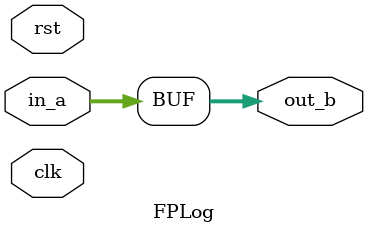
<source format=v>
module FPLog(
  input         clk,
  input         rst,
  input  [30:0] in_a,
  output [30:0] out_b
);
  assign out_b = in_a;
endmodule
</source>
